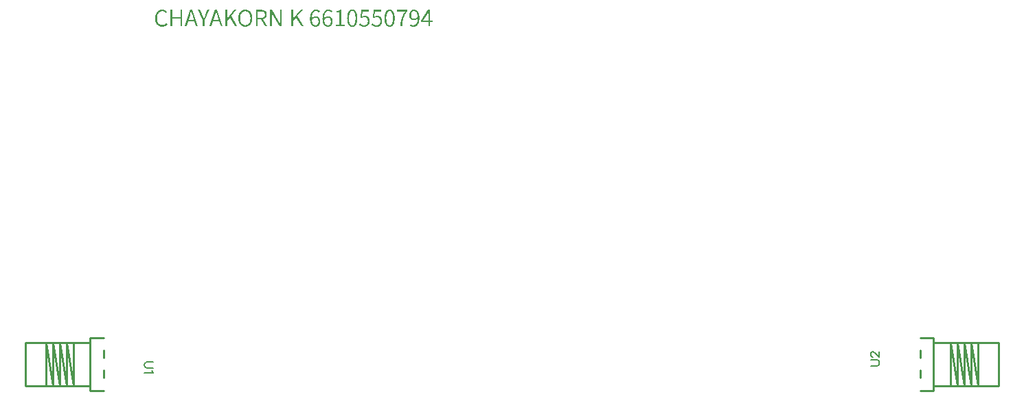
<source format=gto>
G04 Layer: TopSilkscreenLayer*
G04 EasyEDA v6.5.51, 2025-12-16 23:48:20*
G04 77cdd402ea8b4af39ab27ed99d798e9d,f94860b59b874e858e59261cd42a22fb,10*
G04 Gerber Generator version 0.2*
G04 Scale: 100 percent, Rotated: No, Reflected: No *
G04 Dimensions in millimeters *
G04 leading zeros omitted , absolute positions ,4 integer and 5 decimal *
%FSLAX45Y45*%
%MOMM*%

%ADD10C,0.1524*%
%ADD11C,0.2540*%
%ADD12C,0.0175*%

%LPD*%
G36*
X690372Y9618980D02*
G01*
X684885Y9618827D01*
X679500Y9618370D01*
X674217Y9617608D01*
X669086Y9616541D01*
X664108Y9615220D01*
X654507Y9611664D01*
X645515Y9606991D01*
X637235Y9601200D01*
X633323Y9597948D01*
X629615Y9594392D01*
X626110Y9590582D01*
X622808Y9586569D01*
X616762Y9577730D01*
X611632Y9567976D01*
X609396Y9562693D01*
X607415Y9557258D01*
X605688Y9551568D01*
X602945Y9539579D01*
X601980Y9533229D01*
X601268Y9526727D01*
X600862Y9519970D01*
X600710Y9513062D01*
X600862Y9506051D01*
X601268Y9499244D01*
X601980Y9492691D01*
X602945Y9486341D01*
X604164Y9480194D01*
X605637Y9474250D01*
X607314Y9468561D01*
X609295Y9463074D01*
X611479Y9457842D01*
X613918Y9452813D01*
X616559Y9448088D01*
X619404Y9443567D01*
X622452Y9439249D01*
X625703Y9435236D01*
X629158Y9431477D01*
X632764Y9427972D01*
X636625Y9424720D01*
X640588Y9421723D01*
X644753Y9418980D01*
X649071Y9416542D01*
X653542Y9414357D01*
X658164Y9412478D01*
X662940Y9410852D01*
X667816Y9409531D01*
X672846Y9408515D01*
X677976Y9407753D01*
X683209Y9407296D01*
X688594Y9407144D01*
X695096Y9407347D01*
X701395Y9408007D01*
X707339Y9409125D01*
X713079Y9410598D01*
X718566Y9412478D01*
X723849Y9414814D01*
X728878Y9417456D01*
X733704Y9420555D01*
X738327Y9423958D01*
X742746Y9427768D01*
X747014Y9431883D01*
X751078Y9436354D01*
X738124Y9450832D01*
X732993Y9445548D01*
X727710Y9440875D01*
X722172Y9436862D01*
X716381Y9433509D01*
X710285Y9430918D01*
X703884Y9428988D01*
X697077Y9427870D01*
X689864Y9427464D01*
X683920Y9427718D01*
X678230Y9428429D01*
X672744Y9429648D01*
X667562Y9431324D01*
X662584Y9433509D01*
X657910Y9436100D01*
X653491Y9439097D01*
X649325Y9442551D01*
X645515Y9446412D01*
X641959Y9450679D01*
X638708Y9455353D01*
X635762Y9460433D01*
X633171Y9465868D01*
X630834Y9471660D01*
X628904Y9477806D01*
X627278Y9484309D01*
X626008Y9491167D01*
X625094Y9498330D01*
X624535Y9505797D01*
X624332Y9513570D01*
X624535Y9521291D01*
X625094Y9528708D01*
X626059Y9535820D01*
X627380Y9542576D01*
X629107Y9549028D01*
X631139Y9555073D01*
X633476Y9560814D01*
X636168Y9566148D01*
X639216Y9571126D01*
X642518Y9575698D01*
X646125Y9579914D01*
X650087Y9583674D01*
X654253Y9587077D01*
X658723Y9590024D01*
X663448Y9592564D01*
X668426Y9594646D01*
X673608Y9596272D01*
X679094Y9597440D01*
X684733Y9598152D01*
X690626Y9598406D01*
X697128Y9598050D01*
X703275Y9596983D01*
X709117Y9595307D01*
X714603Y9593021D01*
X719734Y9590176D01*
X724509Y9586823D01*
X728980Y9583064D01*
X733044Y9578848D01*
X745998Y9594088D01*
X739546Y9600336D01*
X735888Y9603333D01*
X731926Y9606178D01*
X727659Y9608870D01*
X723138Y9611309D01*
X718312Y9613493D01*
X713282Y9615373D01*
X707898Y9616897D01*
X702310Y9618014D01*
X696468Y9618726D01*
G37*
G36*
X1712214Y9618980D02*
G01*
X1706880Y9618827D01*
X1701596Y9618370D01*
X1696516Y9617608D01*
X1691538Y9616592D01*
X1686661Y9615220D01*
X1681937Y9613595D01*
X1677416Y9611715D01*
X1672996Y9609531D01*
X1668729Y9607042D01*
X1664665Y9604298D01*
X1660753Y9601301D01*
X1656994Y9598050D01*
X1653438Y9594545D01*
X1650085Y9590786D01*
X1646885Y9586772D01*
X1641144Y9578035D01*
X1638604Y9573260D01*
X1636268Y9568281D01*
X1634134Y9563100D01*
X1632254Y9557664D01*
X1630578Y9552025D01*
X1629156Y9546183D01*
X1627987Y9540138D01*
X1627073Y9533839D01*
X1626412Y9527387D01*
X1626006Y9520682D01*
X1625854Y9513824D01*
X1649475Y9513824D01*
X1649679Y9521545D01*
X1650187Y9528911D01*
X1651101Y9535972D01*
X1652371Y9542729D01*
X1653946Y9549130D01*
X1655876Y9555175D01*
X1658112Y9560864D01*
X1660652Y9566198D01*
X1663496Y9571177D01*
X1666646Y9575749D01*
X1670100Y9579914D01*
X1673758Y9583724D01*
X1677771Y9587077D01*
X1681988Y9590024D01*
X1686458Y9592564D01*
X1691132Y9594646D01*
X1696110Y9596272D01*
X1701241Y9597440D01*
X1706625Y9598152D01*
X1712214Y9598406D01*
X1717802Y9598152D01*
X1723186Y9597440D01*
X1728317Y9596272D01*
X1733296Y9594646D01*
X1737969Y9592564D01*
X1742439Y9590024D01*
X1746656Y9587077D01*
X1750669Y9583724D01*
X1754327Y9579914D01*
X1757781Y9575749D01*
X1760931Y9571177D01*
X1763775Y9566198D01*
X1766316Y9560864D01*
X1768551Y9555175D01*
X1770481Y9549130D01*
X1772056Y9542729D01*
X1773326Y9535972D01*
X1774240Y9528911D01*
X1774748Y9521545D01*
X1774952Y9513824D01*
X1774748Y9506102D01*
X1774240Y9498634D01*
X1773326Y9491472D01*
X1772056Y9484664D01*
X1770481Y9478162D01*
X1768551Y9471964D01*
X1766316Y9466173D01*
X1763775Y9460687D01*
X1760931Y9455607D01*
X1757781Y9450933D01*
X1754327Y9446615D01*
X1750669Y9442704D01*
X1746656Y9439249D01*
X1742439Y9436201D01*
X1737969Y9433560D01*
X1733296Y9431375D01*
X1728317Y9429699D01*
X1723186Y9428480D01*
X1717802Y9427718D01*
X1712214Y9427464D01*
X1706625Y9427718D01*
X1701241Y9428480D01*
X1696110Y9429699D01*
X1691132Y9431375D01*
X1686458Y9433560D01*
X1681988Y9436201D01*
X1677771Y9439249D01*
X1673758Y9442704D01*
X1670100Y9446615D01*
X1666646Y9450933D01*
X1663496Y9455607D01*
X1660652Y9460687D01*
X1658112Y9466173D01*
X1655876Y9471964D01*
X1653946Y9478162D01*
X1652371Y9484664D01*
X1651101Y9491472D01*
X1650187Y9498634D01*
X1649679Y9506102D01*
X1649475Y9513824D01*
X1625854Y9513824D01*
X1626006Y9506915D01*
X1626412Y9500209D01*
X1627073Y9493707D01*
X1627987Y9487357D01*
X1629156Y9481261D01*
X1630578Y9475317D01*
X1632254Y9469628D01*
X1634134Y9464141D01*
X1636268Y9458858D01*
X1638604Y9453829D01*
X1641144Y9449003D01*
X1643938Y9444431D01*
X1646885Y9440113D01*
X1650085Y9435998D01*
X1653438Y9432188D01*
X1656994Y9428581D01*
X1660753Y9425228D01*
X1664665Y9422180D01*
X1668729Y9419386D01*
X1677416Y9414611D01*
X1681937Y9412681D01*
X1686661Y9411004D01*
X1691538Y9409633D01*
X1696516Y9408566D01*
X1701596Y9407753D01*
X1706880Y9407296D01*
X1712214Y9407144D01*
X1717598Y9407296D01*
X1722882Y9407753D01*
X1728012Y9408566D01*
X1732991Y9409633D01*
X1737868Y9411004D01*
X1742592Y9412681D01*
X1747164Y9414611D01*
X1755851Y9419386D01*
X1759966Y9422180D01*
X1763877Y9425228D01*
X1767636Y9428581D01*
X1771192Y9432188D01*
X1774545Y9435998D01*
X1777746Y9440113D01*
X1780743Y9444431D01*
X1783486Y9449003D01*
X1786077Y9453829D01*
X1788414Y9458858D01*
X1790547Y9464141D01*
X1792427Y9469628D01*
X1794103Y9475317D01*
X1795525Y9481261D01*
X1796694Y9487357D01*
X1797608Y9493707D01*
X1798269Y9500209D01*
X1798675Y9506915D01*
X1798828Y9513824D01*
X1798675Y9520682D01*
X1798269Y9527387D01*
X1797608Y9533839D01*
X1796694Y9540138D01*
X1795525Y9546183D01*
X1794103Y9552025D01*
X1792427Y9557664D01*
X1790547Y9563100D01*
X1788414Y9568281D01*
X1786077Y9573260D01*
X1783486Y9578035D01*
X1780743Y9582505D01*
X1777746Y9586772D01*
X1774596Y9590786D01*
X1771192Y9594545D01*
X1767636Y9598050D01*
X1763877Y9601301D01*
X1759966Y9604298D01*
X1755851Y9607042D01*
X1751584Y9609531D01*
X1747164Y9611715D01*
X1742592Y9613595D01*
X1737868Y9615220D01*
X1732991Y9616592D01*
X1728012Y9617608D01*
X1722882Y9618370D01*
X1717598Y9618827D01*
G37*
G36*
X2584958Y9618980D02*
G01*
X2576626Y9618522D01*
X2568498Y9617049D01*
X2564485Y9615982D01*
X2560574Y9614611D01*
X2553004Y9611106D01*
X2549347Y9608921D01*
X2545791Y9606483D01*
X2542336Y9603740D01*
X2539034Y9600742D01*
X2532837Y9593783D01*
X2529941Y9589820D01*
X2527198Y9585604D01*
X2522270Y9576104D01*
X2520035Y9570872D01*
X2518054Y9565335D01*
X2516225Y9559391D01*
X2514650Y9553143D01*
X2513279Y9546539D01*
X2512110Y9539579D01*
X2511196Y9532213D01*
X2510180Y9516465D01*
X2510028Y9507982D01*
X2510534Y9492996D01*
X2532126Y9492996D01*
X2537460Y9499803D01*
X2542946Y9505492D01*
X2548534Y9510166D01*
X2554122Y9513925D01*
X2559659Y9516719D01*
X2565044Y9518700D01*
X2570327Y9519818D01*
X2575306Y9520174D01*
X2581554Y9519767D01*
X2587244Y9518650D01*
X2592324Y9516821D01*
X2596896Y9514281D01*
X2600858Y9511080D01*
X2604312Y9507270D01*
X2607157Y9502851D01*
X2609545Y9497872D01*
X2611323Y9492437D01*
X2612644Y9486442D01*
X2613406Y9480042D01*
X2613660Y9473184D01*
X2613355Y9466275D01*
X2612440Y9459772D01*
X2610916Y9453676D01*
X2608884Y9448088D01*
X2606344Y9443008D01*
X2603347Y9438538D01*
X2599944Y9434576D01*
X2596184Y9431324D01*
X2592019Y9428683D01*
X2587548Y9426752D01*
X2582824Y9425584D01*
X2577846Y9425178D01*
X2572867Y9425482D01*
X2568194Y9426346D01*
X2563774Y9427718D01*
X2559608Y9429699D01*
X2555748Y9432188D01*
X2552192Y9435236D01*
X2548890Y9438792D01*
X2545842Y9442907D01*
X2543098Y9447479D01*
X2540660Y9452559D01*
X2538476Y9458147D01*
X2536647Y9464192D01*
X2535072Y9470694D01*
X2533802Y9477705D01*
X2532786Y9485122D01*
X2532126Y9492996D01*
X2510534Y9492996D01*
X2511298Y9484461D01*
X2512314Y9477298D01*
X2513533Y9470491D01*
X2515057Y9464040D01*
X2516784Y9457944D01*
X2518816Y9452152D01*
X2521051Y9446717D01*
X2523490Y9441637D01*
X2526182Y9436912D01*
X2529078Y9432493D01*
X2532176Y9428480D01*
X2535478Y9424771D01*
X2538984Y9421418D01*
X2542641Y9418421D01*
X2546502Y9415780D01*
X2550515Y9413494D01*
X2554732Y9411563D01*
X2559050Y9409988D01*
X2563571Y9408718D01*
X2568194Y9407855D01*
X2572969Y9407296D01*
X2577846Y9407144D01*
X2583586Y9407448D01*
X2589225Y9408363D01*
X2594660Y9409887D01*
X2599893Y9411919D01*
X2604871Y9414510D01*
X2609646Y9417659D01*
X2614066Y9421266D01*
X2618181Y9425381D01*
X2621889Y9429953D01*
X2625242Y9434982D01*
X2628188Y9440418D01*
X2630627Y9446260D01*
X2632608Y9452457D01*
X2634030Y9459061D01*
X2634945Y9465970D01*
X2635250Y9473184D01*
X2634996Y9480956D01*
X2634234Y9488170D01*
X2633014Y9494926D01*
X2631287Y9501174D01*
X2629154Y9506915D01*
X2626512Y9512198D01*
X2623464Y9516922D01*
X2620010Y9521190D01*
X2616149Y9524949D01*
X2611882Y9528200D01*
X2607259Y9530943D01*
X2602230Y9533178D01*
X2596896Y9534956D01*
X2591206Y9536176D01*
X2585212Y9536938D01*
X2578862Y9537192D01*
X2572613Y9536734D01*
X2566314Y9535464D01*
X2560066Y9533382D01*
X2553919Y9530537D01*
X2547924Y9526981D01*
X2542133Y9522714D01*
X2536698Y9517837D01*
X2531618Y9512300D01*
X2531922Y9521799D01*
X2532583Y9530689D01*
X2533599Y9538919D01*
X2534869Y9546590D01*
X2536444Y9553651D01*
X2538323Y9560102D01*
X2540457Y9566046D01*
X2542844Y9571431D01*
X2545435Y9576308D01*
X2548280Y9580676D01*
X2551328Y9584537D01*
X2554579Y9587941D01*
X2557983Y9590887D01*
X2561590Y9593376D01*
X2565298Y9595459D01*
X2569159Y9597085D01*
X2573172Y9598355D01*
X2577236Y9599269D01*
X2581452Y9599777D01*
X2585720Y9599930D01*
X2590393Y9599676D01*
X2594965Y9598863D01*
X2599436Y9597542D01*
X2603754Y9595764D01*
X2607868Y9593529D01*
X2611780Y9590836D01*
X2615438Y9587687D01*
X2618740Y9584182D01*
X2631694Y9598406D01*
X2627325Y9602622D01*
X2622600Y9606534D01*
X2617470Y9610039D01*
X2611932Y9613087D01*
X2605938Y9615576D01*
X2599486Y9617405D01*
X2592476Y9618573D01*
G37*
G36*
X2738374Y9618980D02*
G01*
X2730042Y9618522D01*
X2721914Y9617049D01*
X2717901Y9615982D01*
X2713990Y9614611D01*
X2706420Y9611106D01*
X2702763Y9608921D01*
X2699207Y9606483D01*
X2695752Y9603740D01*
X2692450Y9600742D01*
X2686253Y9593783D01*
X2683357Y9589820D01*
X2680614Y9585604D01*
X2675686Y9576104D01*
X2673451Y9570872D01*
X2671470Y9565335D01*
X2669641Y9559391D01*
X2668066Y9553143D01*
X2666695Y9546539D01*
X2665526Y9539579D01*
X2664612Y9532213D01*
X2663596Y9516465D01*
X2663444Y9507982D01*
X2663950Y9492996D01*
X2685542Y9492996D01*
X2690876Y9499803D01*
X2696362Y9505492D01*
X2701950Y9510166D01*
X2707538Y9513925D01*
X2713075Y9516719D01*
X2718460Y9518700D01*
X2723743Y9519818D01*
X2728722Y9520174D01*
X2734970Y9519767D01*
X2740660Y9518650D01*
X2745740Y9516821D01*
X2750312Y9514281D01*
X2754274Y9511080D01*
X2757728Y9507270D01*
X2760573Y9502851D01*
X2762961Y9497872D01*
X2764739Y9492437D01*
X2766060Y9486442D01*
X2766822Y9480042D01*
X2767076Y9473184D01*
X2766771Y9466275D01*
X2765856Y9459772D01*
X2764332Y9453676D01*
X2762300Y9448088D01*
X2759760Y9443008D01*
X2756763Y9438538D01*
X2753309Y9434576D01*
X2749499Y9431324D01*
X2745333Y9428683D01*
X2740812Y9426752D01*
X2736037Y9425584D01*
X2731008Y9425178D01*
X2726080Y9425482D01*
X2721457Y9426346D01*
X2717038Y9427718D01*
X2712923Y9429699D01*
X2709113Y9432188D01*
X2705506Y9435236D01*
X2702255Y9438792D01*
X2699207Y9442907D01*
X2696514Y9447479D01*
X2694076Y9452559D01*
X2691892Y9458147D01*
X2690063Y9464192D01*
X2688488Y9470694D01*
X2687218Y9477705D01*
X2686202Y9485122D01*
X2685542Y9492996D01*
X2663950Y9492996D01*
X2664714Y9484461D01*
X2665730Y9477298D01*
X2666949Y9470491D01*
X2668473Y9464040D01*
X2670200Y9457944D01*
X2672232Y9452152D01*
X2674416Y9446717D01*
X2676906Y9441637D01*
X2679598Y9436912D01*
X2682443Y9432493D01*
X2685542Y9428480D01*
X2688844Y9424771D01*
X2692349Y9421418D01*
X2696006Y9418421D01*
X2699816Y9415780D01*
X2703830Y9413494D01*
X2707995Y9411563D01*
X2712313Y9409988D01*
X2716784Y9408718D01*
X2721406Y9407855D01*
X2726131Y9407296D01*
X2731008Y9407144D01*
X2736799Y9407448D01*
X2742438Y9408363D01*
X2747924Y9409887D01*
X2753207Y9411919D01*
X2758236Y9414510D01*
X2762961Y9417659D01*
X2767431Y9421266D01*
X2771546Y9425381D01*
X2775305Y9429953D01*
X2778658Y9434982D01*
X2781604Y9440418D01*
X2784043Y9446260D01*
X2786024Y9452457D01*
X2787446Y9459061D01*
X2788361Y9465970D01*
X2788666Y9473184D01*
X2788412Y9480956D01*
X2787650Y9488170D01*
X2786430Y9494926D01*
X2784703Y9501174D01*
X2782570Y9506915D01*
X2779928Y9512198D01*
X2776880Y9516922D01*
X2773426Y9521190D01*
X2769565Y9524949D01*
X2765298Y9528200D01*
X2760675Y9530943D01*
X2755646Y9533178D01*
X2750312Y9534956D01*
X2744622Y9536176D01*
X2738628Y9536938D01*
X2732278Y9537192D01*
X2726029Y9536734D01*
X2719730Y9535464D01*
X2713482Y9533382D01*
X2707335Y9530537D01*
X2701340Y9526981D01*
X2695549Y9522714D01*
X2690114Y9517837D01*
X2685034Y9512300D01*
X2685338Y9521799D01*
X2685999Y9530689D01*
X2687015Y9538919D01*
X2688285Y9546590D01*
X2689860Y9553651D01*
X2691739Y9560102D01*
X2693873Y9566046D01*
X2696260Y9571431D01*
X2698851Y9576308D01*
X2701696Y9580676D01*
X2704744Y9584537D01*
X2707995Y9587941D01*
X2711399Y9590887D01*
X2715006Y9593376D01*
X2718714Y9595459D01*
X2722575Y9597085D01*
X2726588Y9598355D01*
X2730652Y9599269D01*
X2734868Y9599777D01*
X2739136Y9599930D01*
X2743809Y9599676D01*
X2748381Y9598863D01*
X2752852Y9597542D01*
X2757170Y9595764D01*
X2761284Y9593529D01*
X2765196Y9590836D01*
X2768854Y9587687D01*
X2772156Y9584182D01*
X2785110Y9598406D01*
X2780741Y9602622D01*
X2775966Y9606534D01*
X2770835Y9610039D01*
X2765247Y9613087D01*
X2759252Y9615576D01*
X2752801Y9617405D01*
X2745841Y9618573D01*
G37*
G36*
X3031236Y9618980D02*
G01*
X3026460Y9618776D01*
X3021888Y9618268D01*
X3017469Y9617354D01*
X3013151Y9616135D01*
X3009036Y9614509D01*
X3005124Y9612528D01*
X3001314Y9610191D01*
X2997758Y9607448D01*
X2994355Y9604400D01*
X2991104Y9600946D01*
X2988106Y9597136D01*
X2985262Y9592970D01*
X2982620Y9588449D01*
X2980232Y9583521D01*
X2977997Y9578238D01*
X2976016Y9572599D01*
X2974238Y9566554D01*
X2972663Y9560153D01*
X2971342Y9553397D01*
X2970225Y9546234D01*
X2969361Y9538665D01*
X2968345Y9522510D01*
X2968244Y9513824D01*
X2990342Y9513824D01*
X2990443Y9522510D01*
X2991408Y9538512D01*
X2993288Y9552533D01*
X2994558Y9558832D01*
X2996031Y9564725D01*
X2997708Y9570110D01*
X2999587Y9575038D01*
X3001619Y9579508D01*
X3003905Y9583572D01*
X3006293Y9587128D01*
X3008884Y9590278D01*
X3011627Y9593021D01*
X3014573Y9595307D01*
X3017621Y9597136D01*
X3020822Y9598609D01*
X3024174Y9599625D01*
X3027629Y9600234D01*
X3031236Y9600438D01*
X3034741Y9600234D01*
X3038144Y9599625D01*
X3041446Y9598609D01*
X3044596Y9597136D01*
X3047593Y9595307D01*
X3050438Y9593021D01*
X3053130Y9590278D01*
X3055670Y9587128D01*
X3058058Y9583572D01*
X3060242Y9579508D01*
X3062274Y9575038D01*
X3064103Y9570110D01*
X3065780Y9564725D01*
X3068472Y9552533D01*
X3069488Y9545777D01*
X3070910Y9530740D01*
X3071266Y9522510D01*
X3071266Y9504934D01*
X3070910Y9496552D01*
X3069488Y9481210D01*
X3068472Y9474301D01*
X3065780Y9461855D01*
X3064103Y9456369D01*
X3062274Y9451340D01*
X3060242Y9446768D01*
X3058058Y9442653D01*
X3055670Y9438995D01*
X3053130Y9435795D01*
X3050438Y9433001D01*
X3047593Y9430664D01*
X3044596Y9428784D01*
X3041446Y9427311D01*
X3038144Y9426244D01*
X3034741Y9425635D01*
X3031236Y9425432D01*
X3027629Y9425635D01*
X3024174Y9426244D01*
X3020822Y9427311D01*
X3017621Y9428784D01*
X3014573Y9430664D01*
X3011627Y9433001D01*
X3008884Y9435795D01*
X3006293Y9438995D01*
X3003905Y9442653D01*
X3001619Y9446768D01*
X2999587Y9451340D01*
X2997708Y9456369D01*
X2996031Y9461855D01*
X2994558Y9467850D01*
X2993288Y9474301D01*
X2991408Y9488627D01*
X2990443Y9504934D01*
X2990342Y9513824D01*
X2968244Y9513824D01*
X2968345Y9505035D01*
X2969361Y9488678D01*
X2970225Y9481058D01*
X2971342Y9473793D01*
X2972663Y9466935D01*
X2974238Y9460433D01*
X2976016Y9454337D01*
X2977997Y9448596D01*
X2980232Y9443212D01*
X2982620Y9438233D01*
X2985262Y9433610D01*
X2988106Y9429394D01*
X2991104Y9425533D01*
X2994355Y9422028D01*
X2997758Y9418878D01*
X3001314Y9416135D01*
X3005124Y9413748D01*
X3009036Y9411716D01*
X3013151Y9410090D01*
X3017469Y9408769D01*
X3021888Y9407855D01*
X3026460Y9407347D01*
X3031236Y9407144D01*
X3035960Y9407347D01*
X3040532Y9407855D01*
X3044901Y9408769D01*
X3049168Y9410090D01*
X3053232Y9411716D01*
X3057144Y9413748D01*
X3060852Y9416135D01*
X3064408Y9418878D01*
X3067761Y9422028D01*
X3070961Y9425533D01*
X3073958Y9429394D01*
X3076752Y9433610D01*
X3079343Y9438233D01*
X3081731Y9443212D01*
X3083864Y9448596D01*
X3085846Y9454337D01*
X3087624Y9460433D01*
X3089148Y9466935D01*
X3091535Y9481058D01*
X3092958Y9496653D01*
X3093364Y9505035D01*
X3093364Y9522460D01*
X3092348Y9538614D01*
X3091535Y9546132D01*
X3089148Y9560052D01*
X3087624Y9566452D01*
X3085846Y9572447D01*
X3083864Y9578136D01*
X3081731Y9583420D01*
X3079343Y9588347D01*
X3076752Y9592868D01*
X3073958Y9597085D01*
X3070961Y9600895D01*
X3067761Y9604349D01*
X3064408Y9607397D01*
X3060852Y9610140D01*
X3057144Y9612477D01*
X3053232Y9614458D01*
X3049168Y9616084D01*
X3044901Y9617354D01*
X3040532Y9618268D01*
X3035960Y9618776D01*
G37*
G36*
X3491229Y9618980D02*
G01*
X3486505Y9618776D01*
X3481933Y9618268D01*
X3477514Y9617354D01*
X3473246Y9616135D01*
X3469182Y9614509D01*
X3465271Y9612528D01*
X3461512Y9610191D01*
X3457905Y9607448D01*
X3454501Y9604400D01*
X3451301Y9600946D01*
X3448304Y9597136D01*
X3445459Y9592970D01*
X3442868Y9588449D01*
X3440429Y9583521D01*
X3438245Y9578238D01*
X3436213Y9572599D01*
X3434435Y9566554D01*
X3432911Y9560153D01*
X3431590Y9553397D01*
X3430473Y9546234D01*
X3429609Y9538665D01*
X3428593Y9522510D01*
X3428492Y9513824D01*
X3450590Y9513824D01*
X3450691Y9522510D01*
X3451656Y9538512D01*
X3453536Y9552533D01*
X3454806Y9558832D01*
X3456279Y9564725D01*
X3457956Y9570110D01*
X3459784Y9575038D01*
X3461867Y9579508D01*
X3464102Y9583572D01*
X3466490Y9587128D01*
X3469081Y9590278D01*
X3471824Y9593021D01*
X3474720Y9595307D01*
X3477717Y9597136D01*
X3480917Y9598609D01*
X3484219Y9599625D01*
X3487674Y9600234D01*
X3491229Y9600438D01*
X3494786Y9600234D01*
X3498240Y9599625D01*
X3501542Y9598609D01*
X3504692Y9597136D01*
X3507740Y9595307D01*
X3510584Y9593021D01*
X3513328Y9590278D01*
X3515868Y9587128D01*
X3518255Y9583572D01*
X3520490Y9579508D01*
X3522522Y9575038D01*
X3524351Y9570110D01*
X3525977Y9564725D01*
X3527450Y9558832D01*
X3528720Y9552533D01*
X3529736Y9545777D01*
X3531158Y9530740D01*
X3531514Y9522510D01*
X3531514Y9504934D01*
X3531158Y9496552D01*
X3529736Y9481210D01*
X3528720Y9474301D01*
X3527450Y9467850D01*
X3525977Y9461855D01*
X3524351Y9456369D01*
X3522522Y9451340D01*
X3520490Y9446768D01*
X3518255Y9442653D01*
X3515868Y9438995D01*
X3513328Y9435795D01*
X3510584Y9433001D01*
X3507740Y9430664D01*
X3504692Y9428784D01*
X3501542Y9427311D01*
X3498240Y9426244D01*
X3494786Y9425635D01*
X3491229Y9425432D01*
X3487674Y9425635D01*
X3484219Y9426244D01*
X3480917Y9427311D01*
X3477717Y9428784D01*
X3474720Y9430664D01*
X3471824Y9433001D01*
X3469081Y9435795D01*
X3466490Y9438995D01*
X3464102Y9442653D01*
X3461867Y9446768D01*
X3459784Y9451340D01*
X3457956Y9456369D01*
X3456279Y9461855D01*
X3454806Y9467850D01*
X3453536Y9474301D01*
X3451656Y9488627D01*
X3450691Y9504934D01*
X3450590Y9513824D01*
X3428492Y9513824D01*
X3428593Y9505035D01*
X3429609Y9488678D01*
X3430473Y9481058D01*
X3431590Y9473793D01*
X3432911Y9466935D01*
X3434435Y9460433D01*
X3436213Y9454337D01*
X3438245Y9448596D01*
X3440429Y9443212D01*
X3442868Y9438233D01*
X3445459Y9433610D01*
X3448304Y9429394D01*
X3451301Y9425533D01*
X3454501Y9422028D01*
X3457905Y9418878D01*
X3461512Y9416135D01*
X3465271Y9413748D01*
X3469182Y9411716D01*
X3473246Y9410090D01*
X3477514Y9408769D01*
X3481933Y9407855D01*
X3486505Y9407347D01*
X3491229Y9407144D01*
X3495954Y9407347D01*
X3500526Y9407855D01*
X3504946Y9408769D01*
X3509162Y9410090D01*
X3513277Y9411716D01*
X3517188Y9413748D01*
X3520897Y9416135D01*
X3524453Y9418878D01*
X3527856Y9422028D01*
X3531057Y9425533D01*
X3534054Y9429394D01*
X3536848Y9433610D01*
X3539439Y9438233D01*
X3541877Y9443212D01*
X3544062Y9448596D01*
X3546043Y9454337D01*
X3547821Y9460433D01*
X3549345Y9466935D01*
X3550665Y9473793D01*
X3552596Y9488678D01*
X3553612Y9505035D01*
X3553612Y9522460D01*
X3552596Y9538614D01*
X3550665Y9553295D01*
X3549345Y9560052D01*
X3547821Y9566452D01*
X3546043Y9572447D01*
X3544062Y9578136D01*
X3541877Y9583420D01*
X3539439Y9588347D01*
X3536848Y9592868D01*
X3534054Y9597085D01*
X3531057Y9600895D01*
X3527856Y9604349D01*
X3524453Y9607397D01*
X3520897Y9610140D01*
X3517188Y9612477D01*
X3513277Y9614458D01*
X3509162Y9616084D01*
X3504946Y9617354D01*
X3500526Y9618268D01*
X3495954Y9618776D01*
G37*
G36*
X3791458Y9618980D02*
G01*
X3785666Y9618675D01*
X3780028Y9617760D01*
X3774541Y9616236D01*
X3769258Y9614154D01*
X3764229Y9611563D01*
X3759504Y9608413D01*
X3755034Y9604756D01*
X3750919Y9600641D01*
X3747160Y9596069D01*
X3743807Y9591040D01*
X3740861Y9585604D01*
X3738422Y9579762D01*
X3736441Y9573564D01*
X3735019Y9567011D01*
X3734104Y9560102D01*
X3733800Y9552940D01*
X3755644Y9552940D01*
X3755948Y9559848D01*
X3756863Y9566351D01*
X3758387Y9572447D01*
X3760419Y9578035D01*
X3762959Y9583115D01*
X3765905Y9587636D01*
X3769360Y9591548D01*
X3773119Y9594799D01*
X3777284Y9597440D01*
X3781755Y9599371D01*
X3786479Y9600539D01*
X3791458Y9600946D01*
X3796487Y9600692D01*
X3801262Y9599828D01*
X3805783Y9598456D01*
X3809949Y9596526D01*
X3813860Y9594088D01*
X3817518Y9591090D01*
X3820820Y9587636D01*
X3823868Y9583623D01*
X3826611Y9579102D01*
X3829050Y9574072D01*
X3831234Y9568586D01*
X3833063Y9562592D01*
X3834637Y9556089D01*
X3835857Y9549180D01*
X3836822Y9541764D01*
X3837432Y9533890D01*
X3832250Y9526981D01*
X3826865Y9521139D01*
X3821379Y9516262D01*
X3815740Y9512350D01*
X3810101Y9509404D01*
X3804462Y9507321D01*
X3798925Y9506102D01*
X3793490Y9505696D01*
X3787394Y9506102D01*
X3781856Y9507220D01*
X3776878Y9509099D01*
X3772408Y9511690D01*
X3768445Y9514890D01*
X3765042Y9518751D01*
X3762146Y9523171D01*
X3759809Y9528149D01*
X3757980Y9533686D01*
X3756660Y9539630D01*
X3755898Y9546082D01*
X3755644Y9552940D01*
X3733800Y9552940D01*
X3734054Y9545269D01*
X3734815Y9538055D01*
X3736035Y9531350D01*
X3737762Y9525101D01*
X3739896Y9519361D01*
X3742486Y9514078D01*
X3745534Y9509302D01*
X3748989Y9504984D01*
X3752799Y9501174D01*
X3757066Y9497872D01*
X3761638Y9495078D01*
X3766565Y9492792D01*
X3771900Y9491014D01*
X3777487Y9489694D01*
X3783431Y9488932D01*
X3789679Y9488678D01*
X3796385Y9489135D01*
X3802989Y9490557D01*
X3809441Y9492792D01*
X3815740Y9495840D01*
X3821734Y9499600D01*
X3827475Y9504019D01*
X3832910Y9509048D01*
X3837940Y9514586D01*
X3837482Y9505035D01*
X3836670Y9496145D01*
X3835603Y9487814D01*
X3834231Y9480143D01*
X3832606Y9473031D01*
X3830726Y9466478D01*
X3828592Y9460484D01*
X3826256Y9455048D01*
X3823665Y9450120D01*
X3820871Y9445701D01*
X3817924Y9441789D01*
X3814826Y9438386D01*
X3811524Y9435388D01*
X3808120Y9432848D01*
X3804564Y9430766D01*
X3800856Y9429089D01*
X3797096Y9427768D01*
X3793236Y9426905D01*
X3789324Y9426346D01*
X3785362Y9426194D01*
X3780332Y9426448D01*
X3775456Y9427260D01*
X3770731Y9428581D01*
X3766159Y9430359D01*
X3761841Y9432594D01*
X3757726Y9435287D01*
X3753967Y9438436D01*
X3750564Y9441942D01*
X3737864Y9427464D01*
X3742232Y9423247D01*
X3747058Y9419336D01*
X3752291Y9415881D01*
X3757980Y9412935D01*
X3764127Y9410496D01*
X3770833Y9408668D01*
X3778046Y9407550D01*
X3785870Y9407144D01*
X3789934Y9407245D01*
X3797960Y9408261D01*
X3801922Y9409125D01*
X3809644Y9411665D01*
X3817061Y9415322D01*
X3820668Y9417608D01*
X3824122Y9420148D01*
X3827526Y9422993D01*
X3830777Y9426143D01*
X3833876Y9429597D01*
X3836873Y9433356D01*
X3839718Y9437471D01*
X3844899Y9446615D01*
X3847236Y9451746D01*
X3849420Y9457182D01*
X3851401Y9462922D01*
X3853179Y9469069D01*
X3854754Y9475571D01*
X3856075Y9482429D01*
X3858107Y9497314D01*
X3858768Y9505289D01*
X3859276Y9522460D01*
X3859123Y9530283D01*
X3858717Y9537801D01*
X3856990Y9551822D01*
X3855720Y9558375D01*
X3854196Y9564522D01*
X3852468Y9570415D01*
X3850436Y9575952D01*
X3848201Y9581134D01*
X3845712Y9586010D01*
X3843020Y9590532D01*
X3840124Y9594697D01*
X3837025Y9598609D01*
X3833723Y9602114D01*
X3830218Y9605314D01*
X3826560Y9608159D01*
X3822700Y9610699D01*
X3818686Y9612884D01*
X3814470Y9614763D01*
X3810152Y9616287D01*
X3805682Y9617456D01*
X3801059Y9618319D01*
X3796334Y9618827D01*
G37*
G36*
X789940Y9615170D02*
G01*
X789940Y9410700D01*
X813053Y9410700D01*
X813053Y9508490D01*
X911606Y9508490D01*
X911606Y9410700D01*
X934974Y9410700D01*
X934974Y9615170D01*
X911606Y9615170D01*
X911606Y9528556D01*
X813053Y9528556D01*
X813053Y9615170D01*
G37*
G36*
X1034287Y9615170D02*
G01*
X992725Y9493504D01*
X1014476Y9493504D01*
X1030681Y9543948D01*
X1037640Y9566656D01*
X1045971Y9595866D01*
X1047242Y9595866D01*
X1054049Y9572498D01*
X1064615Y9538258D01*
X1078992Y9493504D01*
X992725Y9493504D01*
X964437Y9410700D01*
X987552Y9410700D01*
X1008634Y9475216D01*
X1084834Y9475216D01*
X1105408Y9410700D01*
X1129792Y9410700D01*
X1059688Y9615170D01*
G37*
G36*
X1126744Y9615170D02*
G01*
X1188212Y9490964D01*
X1188212Y9410700D01*
X1211072Y9410700D01*
X1211072Y9490964D01*
X1272540Y9615170D01*
X1248918Y9615170D01*
X1221232Y9555988D01*
X1216355Y9544862D01*
X1200658Y9511284D01*
X1199388Y9511284D01*
X1151382Y9615170D01*
G37*
G36*
X1340104Y9615170D02*
G01*
X1298541Y9493504D01*
X1320038Y9493504D01*
X1336243Y9543948D01*
X1343253Y9566656D01*
X1351788Y9595866D01*
X1352804Y9595866D01*
X1361440Y9566757D01*
X1370330Y9538258D01*
X1384808Y9493504D01*
X1298541Y9493504D01*
X1270254Y9410700D01*
X1293368Y9410700D01*
X1314196Y9475216D01*
X1390650Y9475216D01*
X1410970Y9410700D01*
X1435608Y9410700D01*
X1365504Y9615170D01*
G37*
G36*
X1465072Y9615170D02*
G01*
X1465072Y9410700D01*
X1488440Y9410700D01*
X1488440Y9476740D01*
X1525016Y9519920D01*
X1587754Y9410700D01*
X1613408Y9410700D01*
X1539748Y9537954D01*
X1604010Y9615170D01*
X1577594Y9615170D01*
X1488948Y9510014D01*
X1488440Y9510014D01*
X1488440Y9615170D01*
G37*
G36*
X1843786Y9615170D02*
G01*
X1843786Y9596628D01*
X1902714Y9596628D01*
X1910638Y9596424D01*
X1917954Y9595764D01*
X1924608Y9594596D01*
X1930603Y9592970D01*
X1935988Y9590786D01*
X1940610Y9588042D01*
X1944573Y9584740D01*
X1947875Y9580829D01*
X1950415Y9576257D01*
X1952294Y9571075D01*
X1953412Y9565132D01*
X1953768Y9558528D01*
X1953412Y9551974D01*
X1952294Y9545980D01*
X1950415Y9540595D01*
X1947875Y9535820D01*
X1944573Y9531553D01*
X1940610Y9527895D01*
X1935988Y9524847D01*
X1930603Y9522307D01*
X1924608Y9520377D01*
X1917954Y9519005D01*
X1910638Y9518142D01*
X1902714Y9517888D01*
X1866900Y9517888D01*
X1866900Y9596628D01*
X1843786Y9596628D01*
X1843786Y9410700D01*
X1866900Y9410700D01*
X1866900Y9499092D01*
X1905254Y9499092D01*
X1956307Y9410700D01*
X1982216Y9410700D01*
X1929384Y9501124D01*
X1936394Y9503003D01*
X1942998Y9505442D01*
X1949043Y9508337D01*
X1954631Y9511792D01*
X1959660Y9515703D01*
X1964131Y9520224D01*
X1967992Y9525203D01*
X1971192Y9530791D01*
X1973732Y9536887D01*
X1975612Y9543542D01*
X1976729Y9550755D01*
X1977136Y9558528D01*
X1976932Y9564624D01*
X1976272Y9570313D01*
X1975205Y9575596D01*
X1973783Y9580524D01*
X1971903Y9585045D01*
X1969719Y9589262D01*
X1967128Y9593072D01*
X1964182Y9596577D01*
X1960930Y9599726D01*
X1957324Y9602571D01*
X1953412Y9605060D01*
X1949196Y9607296D01*
X1944725Y9609226D01*
X1939950Y9610852D01*
X1934921Y9612223D01*
X1924100Y9614154D01*
X1912416Y9615068D01*
G37*
G36*
X2019046Y9615170D02*
G01*
X2019046Y9410700D01*
X2040636Y9410700D01*
X2040585Y9530689D01*
X2040077Y9546437D01*
X2037842Y9584944D01*
X2039366Y9584944D01*
X2061718Y9543034D01*
X2138426Y9410700D01*
X2162556Y9410700D01*
X2162556Y9615170D01*
X2140458Y9615170D01*
X2140508Y9499396D01*
X2141220Y9477908D01*
X2143506Y9440926D01*
X2142236Y9440926D01*
X2120138Y9482836D01*
X2042668Y9615170D01*
G37*
G36*
X2281936Y9615170D02*
G01*
X2281936Y9410700D01*
X2305050Y9410700D01*
X2305050Y9476740D01*
X2341626Y9519920D01*
X2404618Y9410700D01*
X2430272Y9410700D01*
X2356358Y9537954D01*
X2420620Y9615170D01*
X2394204Y9615170D01*
X2305558Y9510014D01*
X2305050Y9510014D01*
X2305050Y9615170D01*
G37*
G36*
X2877058Y9615170D02*
G01*
X2868574Y9610750D01*
X2858922Y9606940D01*
X2853639Y9605264D01*
X2842006Y9602419D01*
X2835656Y9601200D01*
X2835656Y9586468D01*
X2871724Y9586468D01*
X2871724Y9429750D01*
X2825750Y9429750D01*
X2825750Y9410700D01*
X2935986Y9410700D01*
X2935986Y9429750D01*
X2894330Y9429750D01*
X2894330Y9615170D01*
G37*
G36*
X3138424Y9615170D02*
G01*
X3132074Y9520174D01*
X3144520Y9512300D01*
X3153054Y9517583D01*
X3157118Y9519716D01*
X3161131Y9521494D01*
X3165297Y9522866D01*
X3169666Y9523933D01*
X3174288Y9524542D01*
X3179318Y9524746D01*
X3185718Y9524390D01*
X3191764Y9523272D01*
X3197352Y9521444D01*
X3202432Y9518904D01*
X3207105Y9515703D01*
X3211220Y9511842D01*
X3214776Y9507372D01*
X3217722Y9502343D01*
X3220110Y9496653D01*
X3221837Y9490456D01*
X3222904Y9483750D01*
X3223260Y9476486D01*
X3222853Y9468967D01*
X3221634Y9462008D01*
X3219653Y9455556D01*
X3217011Y9449663D01*
X3213760Y9444380D01*
X3209899Y9439706D01*
X3205530Y9435693D01*
X3200704Y9432340D01*
X3195523Y9429699D01*
X3189935Y9427768D01*
X3184093Y9426600D01*
X3178048Y9426194D01*
X3169412Y9426702D01*
X3161538Y9428124D01*
X3154375Y9430359D01*
X3147872Y9433255D01*
X3141929Y9436760D01*
X3136493Y9440672D01*
X3131566Y9444888D01*
X3126994Y9449308D01*
X3115564Y9434068D01*
X3122879Y9427413D01*
X3126943Y9424162D01*
X3131312Y9421114D01*
X3136036Y9418218D01*
X3141065Y9415576D01*
X3146450Y9413189D01*
X3152292Y9411157D01*
X3158540Y9409480D01*
X3165246Y9408210D01*
X3172409Y9407398D01*
X3180080Y9407144D01*
X3185109Y9407347D01*
X3190138Y9407906D01*
X3195066Y9408820D01*
X3199942Y9410141D01*
X3204667Y9411817D01*
X3209239Y9413849D01*
X3213658Y9416186D01*
X3217926Y9418929D01*
X3221939Y9421977D01*
X3225749Y9425381D01*
X3229305Y9429140D01*
X3232607Y9433204D01*
X3235604Y9437573D01*
X3238246Y9442297D01*
X3240532Y9447326D01*
X3242513Y9452660D01*
X3244037Y9458299D01*
X3245205Y9464243D01*
X3245866Y9470491D01*
X3246120Y9476994D01*
X3245815Y9485172D01*
X3244850Y9492792D01*
X3243376Y9499803D01*
X3241294Y9506254D01*
X3238703Y9512147D01*
X3235655Y9517532D01*
X3232150Y9522307D01*
X3228187Y9526574D01*
X3223818Y9530334D01*
X3219145Y9533534D01*
X3214065Y9536226D01*
X3208731Y9538411D01*
X3203092Y9540138D01*
X3197250Y9541306D01*
X3191154Y9542018D01*
X3184906Y9542272D01*
X3175812Y9541662D01*
X3167684Y9539935D01*
X3160166Y9537242D01*
X3152902Y9533636D01*
X3158490Y9595612D01*
X3236214Y9595612D01*
X3236214Y9615170D01*
G37*
G36*
X3291840Y9615170D02*
G01*
X3285490Y9520174D01*
X3297936Y9512300D01*
X3306470Y9517583D01*
X3310534Y9519716D01*
X3314547Y9521494D01*
X3318713Y9522866D01*
X3323082Y9523933D01*
X3327704Y9524542D01*
X3332734Y9524746D01*
X3339134Y9524390D01*
X3345129Y9523272D01*
X3350717Y9521444D01*
X3355797Y9518904D01*
X3360420Y9515703D01*
X3364484Y9511842D01*
X3367989Y9507372D01*
X3370986Y9502343D01*
X3373323Y9496653D01*
X3374999Y9490456D01*
X3376066Y9483750D01*
X3376422Y9476486D01*
X3376015Y9468967D01*
X3374796Y9462008D01*
X3372865Y9455556D01*
X3370224Y9449663D01*
X3366973Y9444380D01*
X3363163Y9439706D01*
X3358845Y9435693D01*
X3354070Y9432340D01*
X3348888Y9429699D01*
X3343351Y9427768D01*
X3337509Y9426600D01*
X3331464Y9426194D01*
X3322828Y9426702D01*
X3314954Y9428124D01*
X3307791Y9430359D01*
X3301288Y9433255D01*
X3295345Y9436760D01*
X3289909Y9440672D01*
X3284982Y9444888D01*
X3280410Y9449308D01*
X3268979Y9434068D01*
X3276295Y9427413D01*
X3280359Y9424162D01*
X3284728Y9421114D01*
X3289452Y9418218D01*
X3294481Y9415576D01*
X3299866Y9413189D01*
X3305708Y9411157D01*
X3311956Y9409480D01*
X3318662Y9408210D01*
X3325825Y9407398D01*
X3333496Y9407144D01*
X3338525Y9407347D01*
X3343554Y9407906D01*
X3348482Y9408820D01*
X3353358Y9410141D01*
X3358083Y9411817D01*
X3362655Y9413849D01*
X3367074Y9416186D01*
X3371342Y9418929D01*
X3375355Y9421977D01*
X3379165Y9425381D01*
X3382721Y9429140D01*
X3386023Y9433204D01*
X3389020Y9437573D01*
X3391662Y9442297D01*
X3393948Y9447326D01*
X3395929Y9452660D01*
X3397453Y9458299D01*
X3398621Y9464243D01*
X3399282Y9470491D01*
X3399536Y9476994D01*
X3399231Y9485172D01*
X3398265Y9492792D01*
X3396792Y9499803D01*
X3394710Y9506254D01*
X3392119Y9512147D01*
X3389071Y9517532D01*
X3385565Y9522307D01*
X3381603Y9526574D01*
X3377234Y9530334D01*
X3372561Y9533534D01*
X3367481Y9536226D01*
X3362147Y9538411D01*
X3356508Y9540138D01*
X3350666Y9541306D01*
X3344570Y9542018D01*
X3338322Y9542272D01*
X3329228Y9541662D01*
X3321100Y9539935D01*
X3313582Y9537242D01*
X3306318Y9533636D01*
X3311906Y9595612D01*
X3389629Y9595612D01*
X3389629Y9615170D01*
G37*
G36*
X3581654Y9615170D02*
G01*
X3581654Y9595612D01*
X3681984Y9595612D01*
X3674719Y9585198D01*
X3668014Y9574834D01*
X3661918Y9564522D01*
X3656329Y9554210D01*
X3651250Y9543846D01*
X3646678Y9533331D01*
X3642614Y9522612D01*
X3639007Y9511741D01*
X3635806Y9500565D01*
X3633012Y9489084D01*
X3630625Y9477248D01*
X3628644Y9464954D01*
X3626967Y9452203D01*
X3625596Y9438944D01*
X3624579Y9425127D01*
X3623818Y9410700D01*
X3647440Y9410700D01*
X3649065Y9439351D01*
X3650234Y9452711D01*
X3651656Y9465564D01*
X3653383Y9477908D01*
X3655466Y9489897D01*
X3658006Y9501479D01*
X3661054Y9512858D01*
X3664559Y9523984D01*
X3668674Y9534956D01*
X3673398Y9545878D01*
X3678783Y9556750D01*
X3684930Y9567672D01*
X3691839Y9578746D01*
X3699560Y9589973D01*
X3708146Y9601454D01*
X3708146Y9615170D01*
G37*
G36*
X3966972Y9615170D02*
G01*
X3882267Y9485884D01*
X3904234Y9485884D01*
X3953764Y9559036D01*
X3962095Y9573920D01*
X3970020Y9588754D01*
X3971290Y9588754D01*
X3970223Y9570516D01*
X3969765Y9552432D01*
X3969765Y9485884D01*
X3882267Y9485884D01*
X3880104Y9482582D01*
X3880104Y9467596D01*
X3969765Y9467596D01*
X3969765Y9410700D01*
X3991101Y9410700D01*
X3991101Y9467596D01*
X4019042Y9467596D01*
X4019042Y9485884D01*
X3991101Y9485884D01*
X3991101Y9615170D01*
G37*
D10*
X579323Y5270947D02*
G01*
X501599Y5270947D01*
X485851Y5265613D01*
X475437Y5255199D01*
X470357Y5239705D01*
X470357Y5229291D01*
X475437Y5213797D01*
X485851Y5203383D01*
X501599Y5198049D01*
X579323Y5198049D01*
X558749Y5163759D02*
G01*
X563829Y5153599D01*
X579323Y5137851D01*
X470357Y5137851D01*
X9420580Y5224134D02*
G01*
X9498558Y5224134D01*
X9514052Y5229214D01*
X9524466Y5239628D01*
X9529546Y5255376D01*
X9529546Y5265536D01*
X9524466Y5281284D01*
X9514052Y5291698D01*
X9498558Y5296778D01*
X9420580Y5296778D01*
X9446488Y5336402D02*
G01*
X9441408Y5336402D01*
X9430994Y5341482D01*
X9425660Y5346816D01*
X9420580Y5356976D01*
X9420580Y5377804D01*
X9425660Y5388218D01*
X9430994Y5393552D01*
X9441408Y5398632D01*
X9451822Y5398632D01*
X9461982Y5393552D01*
X9477730Y5383138D01*
X9529546Y5331068D01*
X9529546Y5403966D01*
D11*
X-33200Y4922494D02*
G01*
X-198300Y4922494D01*
X-198300Y5572495D01*
X-33200Y5572495D01*
X-998301Y5514644D02*
G01*
X-198300Y5514644D01*
X-998301Y4979644D02*
G01*
X-198300Y4979644D01*
X-998301Y5514644D02*
G01*
X-998301Y4979644D01*
X-33200Y5324083D02*
G01*
X-33200Y5415904D01*
X-33200Y5079088D02*
G01*
X-33200Y5170901D01*
X-658804Y5514992D02*
G01*
X-658804Y4979992D01*
X-658136Y4979992D02*
G01*
X-742533Y5514992D01*
X-742533Y5514992D02*
G01*
X-742533Y4979992D01*
X-574408Y4979992D02*
G01*
X-658804Y5514992D01*
X-489470Y5514992D02*
G01*
X-489470Y4979992D01*
X-490679Y4979992D02*
G01*
X-575083Y5514992D01*
X-575083Y5514992D02*
G01*
X-575083Y4979992D01*
X-405071Y4979992D02*
G01*
X-489470Y5514992D01*
X-403199Y5342953D02*
G01*
X-403199Y5514992D01*
X-403199Y5342953D02*
G01*
X-403199Y4979992D01*
X10033180Y5572485D02*
G01*
X10198280Y5572485D01*
X10198280Y4922484D01*
X10033180Y4922484D01*
X10998281Y4980335D02*
G01*
X10198280Y4980335D01*
X10998281Y5515335D02*
G01*
X10198280Y5515335D01*
X10998281Y4980335D02*
G01*
X10998281Y5515335D01*
X10033180Y5170896D02*
G01*
X10033180Y5079075D01*
X10033180Y5415892D02*
G01*
X10033180Y5324078D01*
X10658784Y4979987D02*
G01*
X10658784Y5514987D01*
X10658116Y5514987D02*
G01*
X10742513Y4979987D01*
X10742513Y4979987D02*
G01*
X10742513Y5514987D01*
X10574388Y5514987D02*
G01*
X10658784Y4979987D01*
X10489450Y4979987D02*
G01*
X10489450Y5514987D01*
X10490659Y5514987D02*
G01*
X10575063Y4979987D01*
X10575063Y4979987D02*
G01*
X10575063Y5514987D01*
X10405051Y5514987D02*
G01*
X10489450Y4979987D01*
X10403179Y5152026D02*
G01*
X10403179Y4979987D01*
X10403179Y5152026D02*
G01*
X10403179Y5514987D01*
M02*

</source>
